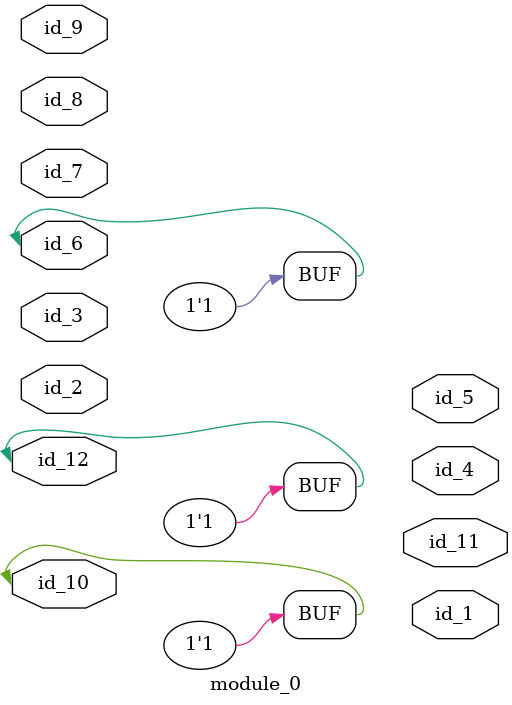
<source format=v>
module module_0 (
    id_1,
    id_2,
    id_3,
    id_4,
    id_5,
    id_6,
    id_7,
    id_8,
    id_9,
    id_10,
    id_11,
    id_12
);
  inout id_12;
  output id_11;
  inout id_10;
  input id_9;
  input id_8;
  input id_7;
  inout id_6;
  output id_5;
  output id_4;
  inout id_3;
  inout id_2;
  output id_1;
  initial begin
    id_6 = 1 - 1;
    id_10 <= 1;
  end
  assign id_6  = id_12;
  assign id_12 = 1;
endmodule

</source>
